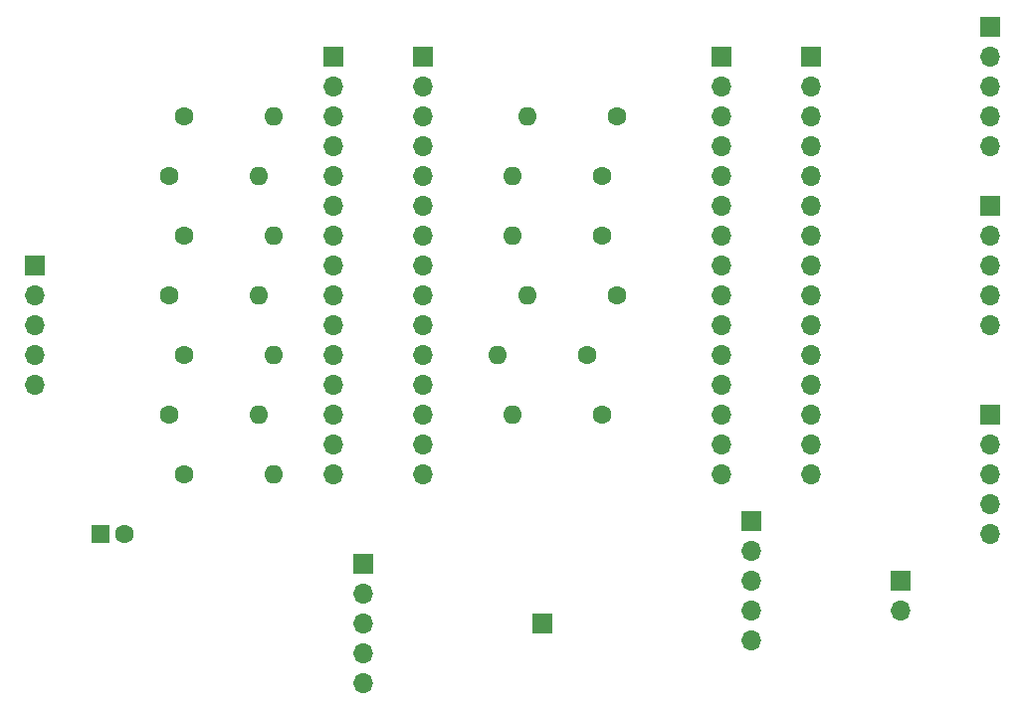
<source format=gbr>
%TF.GenerationSoftware,KiCad,Pcbnew,7.0.11+dfsg-1build4*%
%TF.CreationDate,2025-02-13T11:22:43-05:00*%
%TF.ProjectId,sinte,73696e74-652e-46b6-9963-61645f706362,rev?*%
%TF.SameCoordinates,Original*%
%TF.FileFunction,Soldermask,Bot*%
%TF.FilePolarity,Negative*%
%FSLAX46Y46*%
G04 Gerber Fmt 4.6, Leading zero omitted, Abs format (unit mm)*
G04 Created by KiCad (PCBNEW 7.0.11+dfsg-1build4) date 2025-02-13 11:22:43*
%MOMM*%
%LPD*%
G01*
G04 APERTURE LIST*
%ADD10R,1.700000X1.700000*%
%ADD11O,1.700000X1.700000*%
%ADD12C,1.600000*%
%ADD13O,1.600000X1.600000*%
%ADD14R,1.600000X1.600000*%
G04 APERTURE END LIST*
D10*
%TO.C,J11*%
X119380000Y-63500000D03*
D11*
X119380000Y-66040000D03*
X119380000Y-68580000D03*
X119380000Y-71120000D03*
X119380000Y-73660000D03*
X119380000Y-76200000D03*
X119380000Y-78740000D03*
X119380000Y-81280000D03*
X119380000Y-83820000D03*
X119380000Y-86360000D03*
X119380000Y-88900000D03*
X119380000Y-91440000D03*
X119380000Y-93980000D03*
X119380000Y-96520000D03*
X119380000Y-99060000D03*
%TD*%
D12*
%TO.C,R3*%
X64770000Y-73660000D03*
D13*
X72390000Y-73660000D03*
%TD*%
D10*
%TO.C,J2*%
X134620000Y-93980000D03*
D11*
X134620000Y-96520000D03*
X134620000Y-99060000D03*
X134620000Y-101600000D03*
X134620000Y-104140000D03*
%TD*%
D12*
%TO.C,R11*%
X64770000Y-93980000D03*
D13*
X72390000Y-93980000D03*
%TD*%
D10*
%TO.C,J1*%
X134620000Y-76200000D03*
D11*
X134620000Y-78740000D03*
X134620000Y-81280000D03*
X134620000Y-83820000D03*
X134620000Y-86360000D03*
%TD*%
D12*
%TO.C,R8*%
X100330000Y-88900000D03*
D13*
X92710000Y-88900000D03*
%TD*%
D12*
%TO.C,R6*%
X102870000Y-83820000D03*
D13*
X95250000Y-83820000D03*
%TD*%
D10*
%TO.C,J12*%
X111760000Y-63500000D03*
D11*
X111760000Y-66040000D03*
X111760000Y-68580000D03*
X111760000Y-71120000D03*
X111760000Y-73660000D03*
X111760000Y-76200000D03*
X111760000Y-78740000D03*
X111760000Y-81280000D03*
X111760000Y-83820000D03*
X111760000Y-86360000D03*
X111760000Y-88900000D03*
X111760000Y-91440000D03*
X111760000Y-93980000D03*
X111760000Y-96520000D03*
X111760000Y-99060000D03*
%TD*%
D10*
%TO.C,J8*%
X53340000Y-81280000D03*
D11*
X53340000Y-83820000D03*
X53340000Y-86360000D03*
X53340000Y-88900000D03*
X53340000Y-91440000D03*
%TD*%
D10*
%TO.C,J13*%
X86360000Y-63500000D03*
D11*
X86360000Y-66040000D03*
X86360000Y-68580000D03*
X86360000Y-71120000D03*
X86360000Y-73660000D03*
X86360000Y-76200000D03*
X86360000Y-78740000D03*
X86360000Y-81280000D03*
X86360000Y-83820000D03*
X86360000Y-86360000D03*
X86360000Y-88900000D03*
X86360000Y-91440000D03*
X86360000Y-93980000D03*
X86360000Y-96520000D03*
X86360000Y-99060000D03*
%TD*%
D12*
%TO.C,R12*%
X66040000Y-99060000D03*
D13*
X73660000Y-99060000D03*
%TD*%
D12*
%TO.C,R14*%
X102870000Y-68580000D03*
D13*
X95250000Y-68580000D03*
%TD*%
D10*
%TO.C,J7*%
X96520000Y-111760000D03*
%TD*%
%TO.C,J4*%
X81280000Y-106680000D03*
D11*
X81280000Y-109220000D03*
X81280000Y-111760000D03*
X81280000Y-114300000D03*
X81280000Y-116840000D03*
%TD*%
D10*
%TO.C,J14*%
X78740000Y-63500000D03*
D11*
X78740000Y-66040000D03*
X78740000Y-68580000D03*
X78740000Y-71120000D03*
X78740000Y-73660000D03*
X78740000Y-76200000D03*
X78740000Y-78740000D03*
X78740000Y-81280000D03*
X78740000Y-83820000D03*
X78740000Y-86360000D03*
X78740000Y-88900000D03*
X78740000Y-91440000D03*
X78740000Y-93980000D03*
X78740000Y-96520000D03*
X78740000Y-99060000D03*
%TD*%
D12*
%TO.C,R9*%
X66040000Y-88900000D03*
D13*
X73660000Y-88900000D03*
%TD*%
D12*
%TO.C,R10*%
X101600000Y-93980000D03*
D13*
X93980000Y-93980000D03*
%TD*%
D10*
%TO.C,J5*%
X134620000Y-60960000D03*
D11*
X134620000Y-63500000D03*
X134620000Y-66040000D03*
X134620000Y-68580000D03*
X134620000Y-71120000D03*
%TD*%
D14*
%TO.C,C1*%
X58960000Y-104140000D03*
D12*
X60960000Y-104140000D03*
%TD*%
%TO.C,R1*%
X66040000Y-68580000D03*
D13*
X73660000Y-68580000D03*
%TD*%
D12*
%TO.C,R7*%
X64770000Y-83820000D03*
D13*
X72390000Y-83820000D03*
%TD*%
D12*
%TO.C,R4*%
X101600000Y-78740000D03*
D13*
X93980000Y-78740000D03*
%TD*%
D12*
%TO.C,R2*%
X101600000Y-73660000D03*
D13*
X93980000Y-73660000D03*
%TD*%
D10*
%TO.C,J3*%
X114300000Y-103004000D03*
D11*
X114300000Y-105544000D03*
X114300000Y-108084000D03*
X114300000Y-110624000D03*
X114300000Y-113164000D03*
%TD*%
D12*
%TO.C,R5*%
X66040000Y-78740000D03*
D13*
X73660000Y-78740000D03*
%TD*%
D10*
%TO.C,J6*%
X127000000Y-108084000D03*
D11*
X127000000Y-110624000D03*
%TD*%
M02*

</source>
